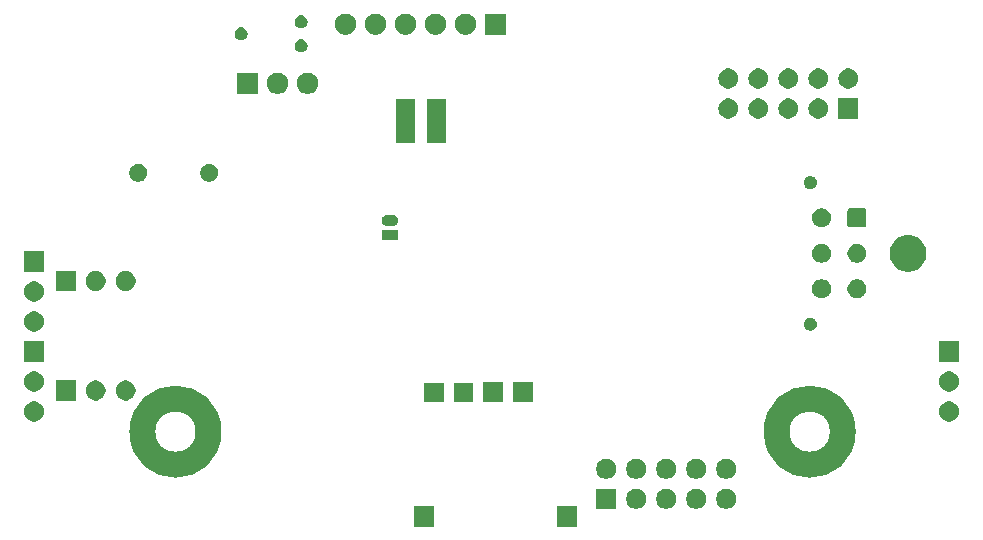
<source format=gbr>
G04 #@! TF.GenerationSoftware,KiCad,Pcbnew,5.1.5+dfsg1-2build2*
G04 #@! TF.CreationDate,2021-11-18T20:41:00+01:00*
G04 #@! TF.ProjectId,wideband_controller_mre,77696465-6261-46e6-945f-636f6e74726f,V1.0*
G04 #@! TF.SameCoordinates,Original*
G04 #@! TF.FileFunction,Soldermask,Bot*
G04 #@! TF.FilePolarity,Negative*
%FSLAX46Y46*%
G04 Gerber Fmt 4.6, Leading zero omitted, Abs format (unit mm)*
G04 Created by KiCad (PCBNEW 5.1.5+dfsg1-2build2) date 2021-11-18 20:41:00*
%MOMM*%
%LPD*%
G04 APERTURE LIST*
%ADD10C,2.200000*%
%ADD11C,0.100000*%
G04 APERTURE END LIST*
D10*
X91300000Y-162700000D02*
G75*
G03X91300000Y-162700000I-2800000J0D01*
G01*
X145000000Y-162700000D02*
G75*
G03X145000000Y-162700000I-2800000J0D01*
G01*
D11*
G36*
X122466200Y-170731200D02*
G01*
X120764200Y-170731200D01*
X120764200Y-169029200D01*
X122466200Y-169029200D01*
X122466200Y-170731200D01*
G37*
G36*
X110401200Y-170731200D02*
G01*
X108699200Y-170731200D01*
X108699200Y-169029200D01*
X110401200Y-169029200D01*
X110401200Y-170731200D01*
G37*
G36*
X125824080Y-169230060D02*
G01*
X124122080Y-169230060D01*
X124122080Y-167528060D01*
X125824080Y-167528060D01*
X125824080Y-169230060D01*
G37*
G36*
X127761308Y-167560763D02*
G01*
X127916180Y-167624913D01*
X128055561Y-167718045D01*
X128174095Y-167836579D01*
X128267227Y-167975960D01*
X128331377Y-168130832D01*
X128364080Y-168295244D01*
X128364080Y-168462876D01*
X128331377Y-168627288D01*
X128267227Y-168782160D01*
X128174095Y-168921541D01*
X128055561Y-169040075D01*
X127916180Y-169133207D01*
X127761308Y-169197357D01*
X127596896Y-169230060D01*
X127429264Y-169230060D01*
X127264852Y-169197357D01*
X127109980Y-169133207D01*
X126970599Y-169040075D01*
X126852065Y-168921541D01*
X126758933Y-168782160D01*
X126694783Y-168627288D01*
X126662080Y-168462876D01*
X126662080Y-168295244D01*
X126694783Y-168130832D01*
X126758933Y-167975960D01*
X126852065Y-167836579D01*
X126970599Y-167718045D01*
X127109980Y-167624913D01*
X127264852Y-167560763D01*
X127429264Y-167528060D01*
X127596896Y-167528060D01*
X127761308Y-167560763D01*
G37*
G36*
X132841308Y-167560763D02*
G01*
X132996180Y-167624913D01*
X133135561Y-167718045D01*
X133254095Y-167836579D01*
X133347227Y-167975960D01*
X133411377Y-168130832D01*
X133444080Y-168295244D01*
X133444080Y-168462876D01*
X133411377Y-168627288D01*
X133347227Y-168782160D01*
X133254095Y-168921541D01*
X133135561Y-169040075D01*
X132996180Y-169133207D01*
X132841308Y-169197357D01*
X132676896Y-169230060D01*
X132509264Y-169230060D01*
X132344852Y-169197357D01*
X132189980Y-169133207D01*
X132050599Y-169040075D01*
X131932065Y-168921541D01*
X131838933Y-168782160D01*
X131774783Y-168627288D01*
X131742080Y-168462876D01*
X131742080Y-168295244D01*
X131774783Y-168130832D01*
X131838933Y-167975960D01*
X131932065Y-167836579D01*
X132050599Y-167718045D01*
X132189980Y-167624913D01*
X132344852Y-167560763D01*
X132509264Y-167528060D01*
X132676896Y-167528060D01*
X132841308Y-167560763D01*
G37*
G36*
X130301308Y-167560763D02*
G01*
X130456180Y-167624913D01*
X130595561Y-167718045D01*
X130714095Y-167836579D01*
X130807227Y-167975960D01*
X130871377Y-168130832D01*
X130904080Y-168295244D01*
X130904080Y-168462876D01*
X130871377Y-168627288D01*
X130807227Y-168782160D01*
X130714095Y-168921541D01*
X130595561Y-169040075D01*
X130456180Y-169133207D01*
X130301308Y-169197357D01*
X130136896Y-169230060D01*
X129969264Y-169230060D01*
X129804852Y-169197357D01*
X129649980Y-169133207D01*
X129510599Y-169040075D01*
X129392065Y-168921541D01*
X129298933Y-168782160D01*
X129234783Y-168627288D01*
X129202080Y-168462876D01*
X129202080Y-168295244D01*
X129234783Y-168130832D01*
X129298933Y-167975960D01*
X129392065Y-167836579D01*
X129510599Y-167718045D01*
X129649980Y-167624913D01*
X129804852Y-167560763D01*
X129969264Y-167528060D01*
X130136896Y-167528060D01*
X130301308Y-167560763D01*
G37*
G36*
X135381308Y-167560763D02*
G01*
X135536180Y-167624913D01*
X135675561Y-167718045D01*
X135794095Y-167836579D01*
X135887227Y-167975960D01*
X135951377Y-168130832D01*
X135984080Y-168295244D01*
X135984080Y-168462876D01*
X135951377Y-168627288D01*
X135887227Y-168782160D01*
X135794095Y-168921541D01*
X135675561Y-169040075D01*
X135536180Y-169133207D01*
X135381308Y-169197357D01*
X135216896Y-169230060D01*
X135049264Y-169230060D01*
X134884852Y-169197357D01*
X134729980Y-169133207D01*
X134590599Y-169040075D01*
X134472065Y-168921541D01*
X134378933Y-168782160D01*
X134314783Y-168627288D01*
X134282080Y-168462876D01*
X134282080Y-168295244D01*
X134314783Y-168130832D01*
X134378933Y-167975960D01*
X134472065Y-167836579D01*
X134590599Y-167718045D01*
X134729980Y-167624913D01*
X134884852Y-167560763D01*
X135049264Y-167528060D01*
X135216896Y-167528060D01*
X135381308Y-167560763D01*
G37*
G36*
X130301308Y-165020763D02*
G01*
X130456180Y-165084913D01*
X130595561Y-165178045D01*
X130714095Y-165296579D01*
X130807227Y-165435960D01*
X130871377Y-165590832D01*
X130904080Y-165755244D01*
X130904080Y-165922876D01*
X130871377Y-166087288D01*
X130807227Y-166242160D01*
X130714095Y-166381541D01*
X130595561Y-166500075D01*
X130456180Y-166593207D01*
X130301308Y-166657357D01*
X130136896Y-166690060D01*
X129969264Y-166690060D01*
X129804852Y-166657357D01*
X129649980Y-166593207D01*
X129510599Y-166500075D01*
X129392065Y-166381541D01*
X129298933Y-166242160D01*
X129234783Y-166087288D01*
X129202080Y-165922876D01*
X129202080Y-165755244D01*
X129234783Y-165590832D01*
X129298933Y-165435960D01*
X129392065Y-165296579D01*
X129510599Y-165178045D01*
X129649980Y-165084913D01*
X129804852Y-165020763D01*
X129969264Y-164988060D01*
X130136896Y-164988060D01*
X130301308Y-165020763D01*
G37*
G36*
X135381308Y-165020763D02*
G01*
X135536180Y-165084913D01*
X135675561Y-165178045D01*
X135794095Y-165296579D01*
X135887227Y-165435960D01*
X135951377Y-165590832D01*
X135984080Y-165755244D01*
X135984080Y-165922876D01*
X135951377Y-166087288D01*
X135887227Y-166242160D01*
X135794095Y-166381541D01*
X135675561Y-166500075D01*
X135536180Y-166593207D01*
X135381308Y-166657357D01*
X135216896Y-166690060D01*
X135049264Y-166690060D01*
X134884852Y-166657357D01*
X134729980Y-166593207D01*
X134590599Y-166500075D01*
X134472065Y-166381541D01*
X134378933Y-166242160D01*
X134314783Y-166087288D01*
X134282080Y-165922876D01*
X134282080Y-165755244D01*
X134314783Y-165590832D01*
X134378933Y-165435960D01*
X134472065Y-165296579D01*
X134590599Y-165178045D01*
X134729980Y-165084913D01*
X134884852Y-165020763D01*
X135049264Y-164988060D01*
X135216896Y-164988060D01*
X135381308Y-165020763D01*
G37*
G36*
X132841308Y-165020763D02*
G01*
X132996180Y-165084913D01*
X133135561Y-165178045D01*
X133254095Y-165296579D01*
X133347227Y-165435960D01*
X133411377Y-165590832D01*
X133444080Y-165755244D01*
X133444080Y-165922876D01*
X133411377Y-166087288D01*
X133347227Y-166242160D01*
X133254095Y-166381541D01*
X133135561Y-166500075D01*
X132996180Y-166593207D01*
X132841308Y-166657357D01*
X132676896Y-166690060D01*
X132509264Y-166690060D01*
X132344852Y-166657357D01*
X132189980Y-166593207D01*
X132050599Y-166500075D01*
X131932065Y-166381541D01*
X131838933Y-166242160D01*
X131774783Y-166087288D01*
X131742080Y-165922876D01*
X131742080Y-165755244D01*
X131774783Y-165590832D01*
X131838933Y-165435960D01*
X131932065Y-165296579D01*
X132050599Y-165178045D01*
X132189980Y-165084913D01*
X132344852Y-165020763D01*
X132509264Y-164988060D01*
X132676896Y-164988060D01*
X132841308Y-165020763D01*
G37*
G36*
X125221308Y-165020763D02*
G01*
X125376180Y-165084913D01*
X125515561Y-165178045D01*
X125634095Y-165296579D01*
X125727227Y-165435960D01*
X125791377Y-165590832D01*
X125824080Y-165755244D01*
X125824080Y-165922876D01*
X125791377Y-166087288D01*
X125727227Y-166242160D01*
X125634095Y-166381541D01*
X125515561Y-166500075D01*
X125376180Y-166593207D01*
X125221308Y-166657357D01*
X125056896Y-166690060D01*
X124889264Y-166690060D01*
X124724852Y-166657357D01*
X124569980Y-166593207D01*
X124430599Y-166500075D01*
X124312065Y-166381541D01*
X124218933Y-166242160D01*
X124154783Y-166087288D01*
X124122080Y-165922876D01*
X124122080Y-165755244D01*
X124154783Y-165590832D01*
X124218933Y-165435960D01*
X124312065Y-165296579D01*
X124430599Y-165178045D01*
X124569980Y-165084913D01*
X124724852Y-165020763D01*
X124889264Y-164988060D01*
X125056896Y-164988060D01*
X125221308Y-165020763D01*
G37*
G36*
X127761308Y-165020763D02*
G01*
X127916180Y-165084913D01*
X128055561Y-165178045D01*
X128174095Y-165296579D01*
X128267227Y-165435960D01*
X128331377Y-165590832D01*
X128364080Y-165755244D01*
X128364080Y-165922876D01*
X128331377Y-166087288D01*
X128267227Y-166242160D01*
X128174095Y-166381541D01*
X128055561Y-166500075D01*
X127916180Y-166593207D01*
X127761308Y-166657357D01*
X127596896Y-166690060D01*
X127429264Y-166690060D01*
X127264852Y-166657357D01*
X127109980Y-166593207D01*
X126970599Y-166500075D01*
X126852065Y-166381541D01*
X126758933Y-166242160D01*
X126694783Y-166087288D01*
X126662080Y-165922876D01*
X126662080Y-165755244D01*
X126694783Y-165590832D01*
X126758933Y-165435960D01*
X126852065Y-165296579D01*
X126970599Y-165178045D01*
X127109980Y-165084913D01*
X127264852Y-165020763D01*
X127429264Y-164988060D01*
X127596896Y-164988060D01*
X127761308Y-165020763D01*
G37*
G36*
X76778428Y-160171903D02*
G01*
X76933300Y-160236053D01*
X77072681Y-160329185D01*
X77191215Y-160447719D01*
X77284347Y-160587100D01*
X77348497Y-160741972D01*
X77381200Y-160906384D01*
X77381200Y-161074016D01*
X77348497Y-161238428D01*
X77284347Y-161393300D01*
X77191215Y-161532681D01*
X77072681Y-161651215D01*
X76933300Y-161744347D01*
X76778428Y-161808497D01*
X76614016Y-161841200D01*
X76446384Y-161841200D01*
X76281972Y-161808497D01*
X76127100Y-161744347D01*
X75987719Y-161651215D01*
X75869185Y-161532681D01*
X75776053Y-161393300D01*
X75711903Y-161238428D01*
X75679200Y-161074016D01*
X75679200Y-160906384D01*
X75711903Y-160741972D01*
X75776053Y-160587100D01*
X75869185Y-160447719D01*
X75987719Y-160329185D01*
X76127100Y-160236053D01*
X76281972Y-160171903D01*
X76446384Y-160139200D01*
X76614016Y-160139200D01*
X76778428Y-160171903D01*
G37*
G36*
X154248428Y-160171903D02*
G01*
X154403300Y-160236053D01*
X154542681Y-160329185D01*
X154661215Y-160447719D01*
X154754347Y-160587100D01*
X154818497Y-160741972D01*
X154851200Y-160906384D01*
X154851200Y-161074016D01*
X154818497Y-161238428D01*
X154754347Y-161393300D01*
X154661215Y-161532681D01*
X154542681Y-161651215D01*
X154403300Y-161744347D01*
X154248428Y-161808497D01*
X154084016Y-161841200D01*
X153916384Y-161841200D01*
X153751972Y-161808497D01*
X153597100Y-161744347D01*
X153457719Y-161651215D01*
X153339185Y-161532681D01*
X153246053Y-161393300D01*
X153181903Y-161238428D01*
X153149200Y-161074016D01*
X153149200Y-160906384D01*
X153181903Y-160741972D01*
X153246053Y-160587100D01*
X153339185Y-160447719D01*
X153457719Y-160329185D01*
X153597100Y-160236053D01*
X153751972Y-160171903D01*
X153916384Y-160139200D01*
X154084016Y-160139200D01*
X154248428Y-160171903D01*
G37*
G36*
X118751600Y-160211800D02*
G01*
X117049600Y-160211800D01*
X117049600Y-158509800D01*
X118751600Y-158509800D01*
X118751600Y-160211800D01*
G37*
G36*
X116251600Y-160211800D02*
G01*
X114549600Y-160211800D01*
X114549600Y-158509800D01*
X116251600Y-158509800D01*
X116251600Y-160211800D01*
G37*
G36*
X113713600Y-160173800D02*
G01*
X112087600Y-160173800D01*
X112087600Y-158547800D01*
X113713600Y-158547800D01*
X113713600Y-160173800D01*
G37*
G36*
X111213600Y-160173800D02*
G01*
X109587600Y-160173800D01*
X109587600Y-158547800D01*
X111213600Y-158547800D01*
X111213600Y-160173800D01*
G37*
G36*
X80048200Y-160063200D02*
G01*
X78346200Y-160063200D01*
X78346200Y-158361200D01*
X80048200Y-158361200D01*
X80048200Y-160063200D01*
G37*
G36*
X84525428Y-158393903D02*
G01*
X84680300Y-158458053D01*
X84819681Y-158551185D01*
X84938215Y-158669719D01*
X85031347Y-158809100D01*
X85095497Y-158963972D01*
X85128200Y-159128384D01*
X85128200Y-159296016D01*
X85095497Y-159460428D01*
X85031347Y-159615300D01*
X84938215Y-159754681D01*
X84819681Y-159873215D01*
X84680300Y-159966347D01*
X84525428Y-160030497D01*
X84361016Y-160063200D01*
X84193384Y-160063200D01*
X84028972Y-160030497D01*
X83874100Y-159966347D01*
X83734719Y-159873215D01*
X83616185Y-159754681D01*
X83523053Y-159615300D01*
X83458903Y-159460428D01*
X83426200Y-159296016D01*
X83426200Y-159128384D01*
X83458903Y-158963972D01*
X83523053Y-158809100D01*
X83616185Y-158669719D01*
X83734719Y-158551185D01*
X83874100Y-158458053D01*
X84028972Y-158393903D01*
X84193384Y-158361200D01*
X84361016Y-158361200D01*
X84525428Y-158393903D01*
G37*
G36*
X81985428Y-158393903D02*
G01*
X82140300Y-158458053D01*
X82279681Y-158551185D01*
X82398215Y-158669719D01*
X82491347Y-158809100D01*
X82555497Y-158963972D01*
X82588200Y-159128384D01*
X82588200Y-159296016D01*
X82555497Y-159460428D01*
X82491347Y-159615300D01*
X82398215Y-159754681D01*
X82279681Y-159873215D01*
X82140300Y-159966347D01*
X81985428Y-160030497D01*
X81821016Y-160063200D01*
X81653384Y-160063200D01*
X81488972Y-160030497D01*
X81334100Y-159966347D01*
X81194719Y-159873215D01*
X81076185Y-159754681D01*
X80983053Y-159615300D01*
X80918903Y-159460428D01*
X80886200Y-159296016D01*
X80886200Y-159128384D01*
X80918903Y-158963972D01*
X80983053Y-158809100D01*
X81076185Y-158669719D01*
X81194719Y-158551185D01*
X81334100Y-158458053D01*
X81488972Y-158393903D01*
X81653384Y-158361200D01*
X81821016Y-158361200D01*
X81985428Y-158393903D01*
G37*
G36*
X154248428Y-157631903D02*
G01*
X154403300Y-157696053D01*
X154542681Y-157789185D01*
X154661215Y-157907719D01*
X154754347Y-158047100D01*
X154818497Y-158201972D01*
X154851200Y-158366384D01*
X154851200Y-158534016D01*
X154818497Y-158698428D01*
X154754347Y-158853300D01*
X154661215Y-158992681D01*
X154542681Y-159111215D01*
X154403300Y-159204347D01*
X154248428Y-159268497D01*
X154084016Y-159301200D01*
X153916384Y-159301200D01*
X153751972Y-159268497D01*
X153597100Y-159204347D01*
X153457719Y-159111215D01*
X153339185Y-158992681D01*
X153246053Y-158853300D01*
X153181903Y-158698428D01*
X153149200Y-158534016D01*
X153149200Y-158366384D01*
X153181903Y-158201972D01*
X153246053Y-158047100D01*
X153339185Y-157907719D01*
X153457719Y-157789185D01*
X153597100Y-157696053D01*
X153751972Y-157631903D01*
X153916384Y-157599200D01*
X154084016Y-157599200D01*
X154248428Y-157631903D01*
G37*
G36*
X76778428Y-157631903D02*
G01*
X76933300Y-157696053D01*
X77072681Y-157789185D01*
X77191215Y-157907719D01*
X77284347Y-158047100D01*
X77348497Y-158201972D01*
X77381200Y-158366384D01*
X77381200Y-158534016D01*
X77348497Y-158698428D01*
X77284347Y-158853300D01*
X77191215Y-158992681D01*
X77072681Y-159111215D01*
X76933300Y-159204347D01*
X76778428Y-159268497D01*
X76614016Y-159301200D01*
X76446384Y-159301200D01*
X76281972Y-159268497D01*
X76127100Y-159204347D01*
X75987719Y-159111215D01*
X75869185Y-158992681D01*
X75776053Y-158853300D01*
X75711903Y-158698428D01*
X75679200Y-158534016D01*
X75679200Y-158366384D01*
X75711903Y-158201972D01*
X75776053Y-158047100D01*
X75869185Y-157907719D01*
X75987719Y-157789185D01*
X76127100Y-157696053D01*
X76281972Y-157631903D01*
X76446384Y-157599200D01*
X76614016Y-157599200D01*
X76778428Y-157631903D01*
G37*
G36*
X154851200Y-156761200D02*
G01*
X153149200Y-156761200D01*
X153149200Y-155059200D01*
X154851200Y-155059200D01*
X154851200Y-156761200D01*
G37*
G36*
X77381200Y-156761200D02*
G01*
X75679200Y-156761200D01*
X75679200Y-155059200D01*
X77381200Y-155059200D01*
X77381200Y-156761200D01*
G37*
G36*
X76778428Y-152551903D02*
G01*
X76933300Y-152616053D01*
X77072681Y-152709185D01*
X77191215Y-152827719D01*
X77284347Y-152967100D01*
X77348497Y-153121972D01*
X77381200Y-153286384D01*
X77381200Y-153454016D01*
X77348497Y-153618428D01*
X77284347Y-153773300D01*
X77191215Y-153912681D01*
X77072681Y-154031215D01*
X76933300Y-154124347D01*
X76778428Y-154188497D01*
X76614016Y-154221200D01*
X76446384Y-154221200D01*
X76281972Y-154188497D01*
X76127100Y-154124347D01*
X75987719Y-154031215D01*
X75869185Y-153912681D01*
X75776053Y-153773300D01*
X75711903Y-153618428D01*
X75679200Y-153454016D01*
X75679200Y-153286384D01*
X75711903Y-153121972D01*
X75776053Y-152967100D01*
X75869185Y-152827719D01*
X75987719Y-152709185D01*
X76127100Y-152616053D01*
X76281972Y-152551903D01*
X76446384Y-152519200D01*
X76614016Y-152519200D01*
X76778428Y-152551903D01*
G37*
G36*
X142420721Y-153070174D02*
G01*
X142520995Y-153111709D01*
X142565812Y-153141655D01*
X142611242Y-153172010D01*
X142687990Y-153248758D01*
X142687991Y-153248760D01*
X142748291Y-153339005D01*
X142789826Y-153439279D01*
X142811000Y-153545730D01*
X142811000Y-153654270D01*
X142789826Y-153760721D01*
X142748291Y-153860995D01*
X142748290Y-153860996D01*
X142687990Y-153951242D01*
X142611242Y-154027990D01*
X142606415Y-154031215D01*
X142520995Y-154088291D01*
X142420721Y-154129826D01*
X142314270Y-154151000D01*
X142205730Y-154151000D01*
X142099279Y-154129826D01*
X141999005Y-154088291D01*
X141913585Y-154031215D01*
X141908758Y-154027990D01*
X141832010Y-153951242D01*
X141771710Y-153860996D01*
X141771709Y-153860995D01*
X141730174Y-153760721D01*
X141709000Y-153654270D01*
X141709000Y-153545730D01*
X141730174Y-153439279D01*
X141771709Y-153339005D01*
X141832009Y-153248760D01*
X141832010Y-153248758D01*
X141908758Y-153172010D01*
X141954188Y-153141655D01*
X141999005Y-153111709D01*
X142099279Y-153070174D01*
X142205730Y-153049000D01*
X142314270Y-153049000D01*
X142420721Y-153070174D01*
G37*
G36*
X76778428Y-150011903D02*
G01*
X76933300Y-150076053D01*
X77072681Y-150169185D01*
X77191215Y-150287719D01*
X77284347Y-150427100D01*
X77348497Y-150581972D01*
X77381200Y-150746384D01*
X77381200Y-150914016D01*
X77348497Y-151078428D01*
X77284347Y-151233300D01*
X77191215Y-151372681D01*
X77072681Y-151491215D01*
X76933300Y-151584347D01*
X76778428Y-151648497D01*
X76614016Y-151681200D01*
X76446384Y-151681200D01*
X76281972Y-151648497D01*
X76127100Y-151584347D01*
X75987719Y-151491215D01*
X75869185Y-151372681D01*
X75776053Y-151233300D01*
X75711903Y-151078428D01*
X75679200Y-150914016D01*
X75679200Y-150746384D01*
X75711903Y-150581972D01*
X75776053Y-150427100D01*
X75869185Y-150287719D01*
X75987719Y-150169185D01*
X76127100Y-150076053D01*
X76281972Y-150011903D01*
X76446384Y-149979200D01*
X76614016Y-149979200D01*
X76778428Y-150011903D01*
G37*
G36*
X143433642Y-149829781D02*
G01*
X143579414Y-149890162D01*
X143579416Y-149890163D01*
X143710608Y-149977822D01*
X143822178Y-150089392D01*
X143889019Y-150189428D01*
X143909838Y-150220586D01*
X143970219Y-150366358D01*
X144001000Y-150521107D01*
X144001000Y-150678893D01*
X143970219Y-150833642D01*
X143909838Y-150979414D01*
X143909837Y-150979416D01*
X143822178Y-151110608D01*
X143710608Y-151222178D01*
X143579416Y-151309837D01*
X143579415Y-151309838D01*
X143579414Y-151309838D01*
X143433642Y-151370219D01*
X143278893Y-151401000D01*
X143121107Y-151401000D01*
X142966358Y-151370219D01*
X142820586Y-151309838D01*
X142820585Y-151309838D01*
X142820584Y-151309837D01*
X142689392Y-151222178D01*
X142577822Y-151110608D01*
X142490163Y-150979416D01*
X142490162Y-150979414D01*
X142429781Y-150833642D01*
X142399000Y-150678893D01*
X142399000Y-150521107D01*
X142429781Y-150366358D01*
X142490162Y-150220586D01*
X142510981Y-150189428D01*
X142577822Y-150089392D01*
X142689392Y-149977822D01*
X142820584Y-149890163D01*
X142820586Y-149890162D01*
X142966358Y-149829781D01*
X143121107Y-149799000D01*
X143278893Y-149799000D01*
X143433642Y-149829781D01*
G37*
G36*
X146433642Y-149829781D02*
G01*
X146579414Y-149890162D01*
X146579416Y-149890163D01*
X146710608Y-149977822D01*
X146822178Y-150089392D01*
X146889019Y-150189428D01*
X146909838Y-150220586D01*
X146970219Y-150366358D01*
X147001000Y-150521107D01*
X147001000Y-150678893D01*
X146970219Y-150833642D01*
X146909838Y-150979414D01*
X146909837Y-150979416D01*
X146822178Y-151110608D01*
X146710608Y-151222178D01*
X146579416Y-151309837D01*
X146579415Y-151309838D01*
X146579414Y-151309838D01*
X146433642Y-151370219D01*
X146278893Y-151401000D01*
X146121107Y-151401000D01*
X145966358Y-151370219D01*
X145820586Y-151309838D01*
X145820585Y-151309838D01*
X145820584Y-151309837D01*
X145689392Y-151222178D01*
X145577822Y-151110608D01*
X145490163Y-150979416D01*
X145490162Y-150979414D01*
X145429781Y-150833642D01*
X145399000Y-150678893D01*
X145399000Y-150521107D01*
X145429781Y-150366358D01*
X145490162Y-150220586D01*
X145510981Y-150189428D01*
X145577822Y-150089392D01*
X145689392Y-149977822D01*
X145820584Y-149890163D01*
X145820586Y-149890162D01*
X145966358Y-149829781D01*
X146121107Y-149799000D01*
X146278893Y-149799000D01*
X146433642Y-149829781D01*
G37*
G36*
X84525428Y-149122903D02*
G01*
X84680300Y-149187053D01*
X84819681Y-149280185D01*
X84938215Y-149398719D01*
X85031347Y-149538100D01*
X85095497Y-149692972D01*
X85128200Y-149857384D01*
X85128200Y-150025016D01*
X85095497Y-150189428D01*
X85031347Y-150344300D01*
X84938215Y-150483681D01*
X84819681Y-150602215D01*
X84680300Y-150695347D01*
X84525428Y-150759497D01*
X84361016Y-150792200D01*
X84193384Y-150792200D01*
X84028972Y-150759497D01*
X83874100Y-150695347D01*
X83734719Y-150602215D01*
X83616185Y-150483681D01*
X83523053Y-150344300D01*
X83458903Y-150189428D01*
X83426200Y-150025016D01*
X83426200Y-149857384D01*
X83458903Y-149692972D01*
X83523053Y-149538100D01*
X83616185Y-149398719D01*
X83734719Y-149280185D01*
X83874100Y-149187053D01*
X84028972Y-149122903D01*
X84193384Y-149090200D01*
X84361016Y-149090200D01*
X84525428Y-149122903D01*
G37*
G36*
X80048200Y-150792200D02*
G01*
X78346200Y-150792200D01*
X78346200Y-149090200D01*
X80048200Y-149090200D01*
X80048200Y-150792200D01*
G37*
G36*
X81985428Y-149122903D02*
G01*
X82140300Y-149187053D01*
X82279681Y-149280185D01*
X82398215Y-149398719D01*
X82491347Y-149538100D01*
X82555497Y-149692972D01*
X82588200Y-149857384D01*
X82588200Y-150025016D01*
X82555497Y-150189428D01*
X82491347Y-150344300D01*
X82398215Y-150483681D01*
X82279681Y-150602215D01*
X82140300Y-150695347D01*
X81985428Y-150759497D01*
X81821016Y-150792200D01*
X81653384Y-150792200D01*
X81488972Y-150759497D01*
X81334100Y-150695347D01*
X81194719Y-150602215D01*
X81076185Y-150483681D01*
X80983053Y-150344300D01*
X80918903Y-150189428D01*
X80886200Y-150025016D01*
X80886200Y-149857384D01*
X80918903Y-149692972D01*
X80983053Y-149538100D01*
X81076185Y-149398719D01*
X81194719Y-149280185D01*
X81334100Y-149187053D01*
X81488972Y-149122903D01*
X81653384Y-149090200D01*
X81821016Y-149090200D01*
X81985428Y-149122903D01*
G37*
G36*
X150822585Y-146078802D02*
G01*
X150972410Y-146108604D01*
X151254674Y-146225521D01*
X151508705Y-146395259D01*
X151724741Y-146611295D01*
X151894479Y-146865326D01*
X152011396Y-147147590D01*
X152071000Y-147447240D01*
X152071000Y-147752760D01*
X152011396Y-148052410D01*
X151894479Y-148334674D01*
X151724741Y-148588705D01*
X151508705Y-148804741D01*
X151254674Y-148974479D01*
X150972410Y-149091396D01*
X150822585Y-149121198D01*
X150672761Y-149151000D01*
X150367239Y-149151000D01*
X150217415Y-149121198D01*
X150067590Y-149091396D01*
X149785326Y-148974479D01*
X149531295Y-148804741D01*
X149315259Y-148588705D01*
X149145521Y-148334674D01*
X149028604Y-148052410D01*
X148969000Y-147752760D01*
X148969000Y-147447240D01*
X149028604Y-147147590D01*
X149145521Y-146865326D01*
X149315259Y-146611295D01*
X149531295Y-146395259D01*
X149785326Y-146225521D01*
X150067590Y-146108604D01*
X150217415Y-146078802D01*
X150367239Y-146049000D01*
X150672761Y-146049000D01*
X150822585Y-146078802D01*
G37*
G36*
X77381200Y-149141200D02*
G01*
X75679200Y-149141200D01*
X75679200Y-147439200D01*
X77381200Y-147439200D01*
X77381200Y-149141200D01*
G37*
G36*
X146433642Y-146829781D02*
G01*
X146579414Y-146890162D01*
X146579416Y-146890163D01*
X146710608Y-146977822D01*
X146822178Y-147089392D01*
X146861064Y-147147590D01*
X146909838Y-147220586D01*
X146970219Y-147366358D01*
X147001000Y-147521107D01*
X147001000Y-147678893D01*
X146970219Y-147833642D01*
X146909838Y-147979414D01*
X146909837Y-147979416D01*
X146822178Y-148110608D01*
X146710608Y-148222178D01*
X146579416Y-148309837D01*
X146579415Y-148309838D01*
X146579414Y-148309838D01*
X146433642Y-148370219D01*
X146278893Y-148401000D01*
X146121107Y-148401000D01*
X145966358Y-148370219D01*
X145820586Y-148309838D01*
X145820585Y-148309838D01*
X145820584Y-148309837D01*
X145689392Y-148222178D01*
X145577822Y-148110608D01*
X145490163Y-147979416D01*
X145490162Y-147979414D01*
X145429781Y-147833642D01*
X145399000Y-147678893D01*
X145399000Y-147521107D01*
X145429781Y-147366358D01*
X145490162Y-147220586D01*
X145538936Y-147147590D01*
X145577822Y-147089392D01*
X145689392Y-146977822D01*
X145820584Y-146890163D01*
X145820586Y-146890162D01*
X145966358Y-146829781D01*
X146121107Y-146799000D01*
X146278893Y-146799000D01*
X146433642Y-146829781D01*
G37*
G36*
X143433642Y-146829781D02*
G01*
X143579414Y-146890162D01*
X143579416Y-146890163D01*
X143710608Y-146977822D01*
X143822178Y-147089392D01*
X143861064Y-147147590D01*
X143909838Y-147220586D01*
X143970219Y-147366358D01*
X144001000Y-147521107D01*
X144001000Y-147678893D01*
X143970219Y-147833642D01*
X143909838Y-147979414D01*
X143909837Y-147979416D01*
X143822178Y-148110608D01*
X143710608Y-148222178D01*
X143579416Y-148309837D01*
X143579415Y-148309838D01*
X143579414Y-148309838D01*
X143433642Y-148370219D01*
X143278893Y-148401000D01*
X143121107Y-148401000D01*
X142966358Y-148370219D01*
X142820586Y-148309838D01*
X142820585Y-148309838D01*
X142820584Y-148309837D01*
X142689392Y-148222178D01*
X142577822Y-148110608D01*
X142490163Y-147979416D01*
X142490162Y-147979414D01*
X142429781Y-147833642D01*
X142399000Y-147678893D01*
X142399000Y-147521107D01*
X142429781Y-147366358D01*
X142490162Y-147220586D01*
X142538936Y-147147590D01*
X142577822Y-147089392D01*
X142689392Y-146977822D01*
X142820584Y-146890163D01*
X142820586Y-146890162D01*
X142966358Y-146829781D01*
X143121107Y-146799000D01*
X143278893Y-146799000D01*
X143433642Y-146829781D01*
G37*
G36*
X107355600Y-146506000D02*
G01*
X105953600Y-146506000D01*
X105953600Y-145604000D01*
X107355600Y-145604000D01*
X107355600Y-146506000D01*
G37*
G36*
X143433642Y-143829781D02*
G01*
X143557208Y-143880964D01*
X143579416Y-143890163D01*
X143710608Y-143977822D01*
X143822178Y-144089392D01*
X143909837Y-144220584D01*
X143909838Y-144220586D01*
X143970219Y-144366358D01*
X144001000Y-144521107D01*
X144001000Y-144678893D01*
X143970219Y-144833642D01*
X143943225Y-144898810D01*
X143909837Y-144979416D01*
X143822178Y-145110608D01*
X143710608Y-145222178D01*
X143579416Y-145309837D01*
X143579415Y-145309838D01*
X143579414Y-145309838D01*
X143433642Y-145370219D01*
X143278893Y-145401000D01*
X143121107Y-145401000D01*
X142966358Y-145370219D01*
X142820586Y-145309838D01*
X142820585Y-145309838D01*
X142820584Y-145309837D01*
X142689392Y-145222178D01*
X142577822Y-145110608D01*
X142490163Y-144979416D01*
X142456775Y-144898810D01*
X142429781Y-144833642D01*
X142399000Y-144678893D01*
X142399000Y-144521107D01*
X142429781Y-144366358D01*
X142490162Y-144220586D01*
X142490163Y-144220584D01*
X142577822Y-144089392D01*
X142689392Y-143977822D01*
X142820584Y-143890163D01*
X142842792Y-143880964D01*
X142966358Y-143829781D01*
X143121107Y-143799000D01*
X143278893Y-143799000D01*
X143433642Y-143829781D01*
G37*
G36*
X146853048Y-143803122D02*
G01*
X146887387Y-143813539D01*
X146919036Y-143830456D01*
X146946778Y-143853222D01*
X146969544Y-143880964D01*
X146986461Y-143912613D01*
X146996878Y-143946952D01*
X147001000Y-143988807D01*
X147001000Y-145211193D01*
X146996878Y-145253048D01*
X146986461Y-145287387D01*
X146969544Y-145319036D01*
X146946778Y-145346778D01*
X146919036Y-145369544D01*
X146887387Y-145386461D01*
X146853048Y-145396878D01*
X146811193Y-145401000D01*
X145588807Y-145401000D01*
X145546952Y-145396878D01*
X145512613Y-145386461D01*
X145480964Y-145369544D01*
X145453222Y-145346778D01*
X145430456Y-145319036D01*
X145413539Y-145287387D01*
X145403122Y-145253048D01*
X145399000Y-145211193D01*
X145399000Y-143988807D01*
X145403122Y-143946952D01*
X145413539Y-143912613D01*
X145430456Y-143880964D01*
X145453222Y-143853222D01*
X145480964Y-143830456D01*
X145512613Y-143813539D01*
X145546952Y-143803122D01*
X145588807Y-143799000D01*
X146811193Y-143799000D01*
X146853048Y-143803122D01*
G37*
G36*
X106993010Y-144365925D02*
G01*
X107078026Y-144391714D01*
X107156375Y-144433593D01*
X107225049Y-144489951D01*
X107281407Y-144558625D01*
X107323286Y-144636974D01*
X107349075Y-144721990D01*
X107357782Y-144810400D01*
X107349075Y-144898810D01*
X107323286Y-144983826D01*
X107281407Y-145062175D01*
X107225049Y-145130849D01*
X107156375Y-145187207D01*
X107078026Y-145229086D01*
X106993010Y-145254875D01*
X106926758Y-145261400D01*
X106382442Y-145261400D01*
X106316190Y-145254875D01*
X106231174Y-145229086D01*
X106152825Y-145187207D01*
X106084151Y-145130849D01*
X106027793Y-145062175D01*
X105985914Y-144983826D01*
X105960125Y-144898810D01*
X105951418Y-144810400D01*
X105960125Y-144721990D01*
X105985914Y-144636974D01*
X106027793Y-144558625D01*
X106084151Y-144489951D01*
X106152825Y-144433593D01*
X106231174Y-144391714D01*
X106316190Y-144365925D01*
X106382442Y-144359400D01*
X106926758Y-144359400D01*
X106993010Y-144365925D01*
G37*
G36*
X142420721Y-141070174D02*
G01*
X142520995Y-141111709D01*
X142565812Y-141141655D01*
X142611242Y-141172010D01*
X142687990Y-141248758D01*
X142687991Y-141248760D01*
X142748291Y-141339005D01*
X142789826Y-141439279D01*
X142811000Y-141545730D01*
X142811000Y-141654270D01*
X142789826Y-141760721D01*
X142748291Y-141860995D01*
X142748290Y-141860996D01*
X142687990Y-141951242D01*
X142611242Y-142027990D01*
X142565812Y-142058345D01*
X142520995Y-142088291D01*
X142420721Y-142129826D01*
X142314270Y-142151000D01*
X142205730Y-142151000D01*
X142099279Y-142129826D01*
X141999005Y-142088291D01*
X141954188Y-142058345D01*
X141908758Y-142027990D01*
X141832010Y-141951242D01*
X141771710Y-141860996D01*
X141771709Y-141860995D01*
X141730174Y-141760721D01*
X141709000Y-141654270D01*
X141709000Y-141545730D01*
X141730174Y-141439279D01*
X141771709Y-141339005D01*
X141832009Y-141248760D01*
X141832010Y-141248758D01*
X141908758Y-141172010D01*
X141954188Y-141141655D01*
X141999005Y-141111709D01*
X142099279Y-141070174D01*
X142205730Y-141049000D01*
X142314270Y-141049000D01*
X142420721Y-141070174D01*
G37*
G36*
X91579659Y-140049660D02*
G01*
X91716332Y-140106272D01*
X91839335Y-140188460D01*
X91943940Y-140293065D01*
X92026128Y-140416068D01*
X92082740Y-140552741D01*
X92111600Y-140697833D01*
X92111600Y-140845767D01*
X92082740Y-140990859D01*
X92026128Y-141127532D01*
X91943940Y-141250535D01*
X91839335Y-141355140D01*
X91716332Y-141437328D01*
X91716331Y-141437329D01*
X91716330Y-141437329D01*
X91579659Y-141493940D01*
X91434568Y-141522800D01*
X91286632Y-141522800D01*
X91141541Y-141493940D01*
X91004870Y-141437329D01*
X91004869Y-141437329D01*
X91004868Y-141437328D01*
X90881865Y-141355140D01*
X90777260Y-141250535D01*
X90695072Y-141127532D01*
X90638460Y-140990859D01*
X90609600Y-140845767D01*
X90609600Y-140697833D01*
X90638460Y-140552741D01*
X90695072Y-140416068D01*
X90777260Y-140293065D01*
X90881865Y-140188460D01*
X91004868Y-140106272D01*
X91141541Y-140049660D01*
X91286632Y-140020800D01*
X91434568Y-140020800D01*
X91579659Y-140049660D01*
G37*
G36*
X85579659Y-140049660D02*
G01*
X85716332Y-140106272D01*
X85839335Y-140188460D01*
X85943940Y-140293065D01*
X86026128Y-140416068D01*
X86082740Y-140552741D01*
X86111600Y-140697833D01*
X86111600Y-140845767D01*
X86082740Y-140990859D01*
X86026128Y-141127532D01*
X85943940Y-141250535D01*
X85839335Y-141355140D01*
X85716332Y-141437328D01*
X85716331Y-141437329D01*
X85716330Y-141437329D01*
X85579659Y-141493940D01*
X85434568Y-141522800D01*
X85286632Y-141522800D01*
X85141541Y-141493940D01*
X85004870Y-141437329D01*
X85004869Y-141437329D01*
X85004868Y-141437328D01*
X84881865Y-141355140D01*
X84777260Y-141250535D01*
X84695072Y-141127532D01*
X84638460Y-140990859D01*
X84609600Y-140845767D01*
X84609600Y-140697833D01*
X84638460Y-140552741D01*
X84695072Y-140416068D01*
X84777260Y-140293065D01*
X84881865Y-140188460D01*
X85004868Y-140106272D01*
X85141541Y-140049660D01*
X85286632Y-140020800D01*
X85434568Y-140020800D01*
X85579659Y-140049660D01*
G37*
G36*
X111401000Y-138251000D02*
G01*
X109799000Y-138251000D01*
X109799000Y-134549000D01*
X111401000Y-134549000D01*
X111401000Y-138251000D01*
G37*
G36*
X108801000Y-138251000D02*
G01*
X107199000Y-138251000D01*
X107199000Y-134549000D01*
X108801000Y-134549000D01*
X108801000Y-138251000D01*
G37*
G36*
X135566728Y-134517903D02*
G01*
X135721600Y-134582053D01*
X135860981Y-134675185D01*
X135979515Y-134793719D01*
X136072647Y-134933100D01*
X136136797Y-135087972D01*
X136169500Y-135252384D01*
X136169500Y-135420016D01*
X136136797Y-135584428D01*
X136072647Y-135739300D01*
X135979515Y-135878681D01*
X135860981Y-135997215D01*
X135721600Y-136090347D01*
X135566728Y-136154497D01*
X135402316Y-136187200D01*
X135234684Y-136187200D01*
X135070272Y-136154497D01*
X134915400Y-136090347D01*
X134776019Y-135997215D01*
X134657485Y-135878681D01*
X134564353Y-135739300D01*
X134500203Y-135584428D01*
X134467500Y-135420016D01*
X134467500Y-135252384D01*
X134500203Y-135087972D01*
X134564353Y-134933100D01*
X134657485Y-134793719D01*
X134776019Y-134675185D01*
X134915400Y-134582053D01*
X135070272Y-134517903D01*
X135234684Y-134485200D01*
X135402316Y-134485200D01*
X135566728Y-134517903D01*
G37*
G36*
X138106728Y-134517903D02*
G01*
X138261600Y-134582053D01*
X138400981Y-134675185D01*
X138519515Y-134793719D01*
X138612647Y-134933100D01*
X138676797Y-135087972D01*
X138709500Y-135252384D01*
X138709500Y-135420016D01*
X138676797Y-135584428D01*
X138612647Y-135739300D01*
X138519515Y-135878681D01*
X138400981Y-135997215D01*
X138261600Y-136090347D01*
X138106728Y-136154497D01*
X137942316Y-136187200D01*
X137774684Y-136187200D01*
X137610272Y-136154497D01*
X137455400Y-136090347D01*
X137316019Y-135997215D01*
X137197485Y-135878681D01*
X137104353Y-135739300D01*
X137040203Y-135584428D01*
X137007500Y-135420016D01*
X137007500Y-135252384D01*
X137040203Y-135087972D01*
X137104353Y-134933100D01*
X137197485Y-134793719D01*
X137316019Y-134675185D01*
X137455400Y-134582053D01*
X137610272Y-134517903D01*
X137774684Y-134485200D01*
X137942316Y-134485200D01*
X138106728Y-134517903D01*
G37*
G36*
X140646728Y-134517903D02*
G01*
X140801600Y-134582053D01*
X140940981Y-134675185D01*
X141059515Y-134793719D01*
X141152647Y-134933100D01*
X141216797Y-135087972D01*
X141249500Y-135252384D01*
X141249500Y-135420016D01*
X141216797Y-135584428D01*
X141152647Y-135739300D01*
X141059515Y-135878681D01*
X140940981Y-135997215D01*
X140801600Y-136090347D01*
X140646728Y-136154497D01*
X140482316Y-136187200D01*
X140314684Y-136187200D01*
X140150272Y-136154497D01*
X139995400Y-136090347D01*
X139856019Y-135997215D01*
X139737485Y-135878681D01*
X139644353Y-135739300D01*
X139580203Y-135584428D01*
X139547500Y-135420016D01*
X139547500Y-135252384D01*
X139580203Y-135087972D01*
X139644353Y-134933100D01*
X139737485Y-134793719D01*
X139856019Y-134675185D01*
X139995400Y-134582053D01*
X140150272Y-134517903D01*
X140314684Y-134485200D01*
X140482316Y-134485200D01*
X140646728Y-134517903D01*
G37*
G36*
X143186728Y-134517903D02*
G01*
X143341600Y-134582053D01*
X143480981Y-134675185D01*
X143599515Y-134793719D01*
X143692647Y-134933100D01*
X143756797Y-135087972D01*
X143789500Y-135252384D01*
X143789500Y-135420016D01*
X143756797Y-135584428D01*
X143692647Y-135739300D01*
X143599515Y-135878681D01*
X143480981Y-135997215D01*
X143341600Y-136090347D01*
X143186728Y-136154497D01*
X143022316Y-136187200D01*
X142854684Y-136187200D01*
X142690272Y-136154497D01*
X142535400Y-136090347D01*
X142396019Y-135997215D01*
X142277485Y-135878681D01*
X142184353Y-135739300D01*
X142120203Y-135584428D01*
X142087500Y-135420016D01*
X142087500Y-135252384D01*
X142120203Y-135087972D01*
X142184353Y-134933100D01*
X142277485Y-134793719D01*
X142396019Y-134675185D01*
X142535400Y-134582053D01*
X142690272Y-134517903D01*
X142854684Y-134485200D01*
X143022316Y-134485200D01*
X143186728Y-134517903D01*
G37*
G36*
X146329500Y-136187200D02*
G01*
X144627500Y-136187200D01*
X144627500Y-134485200D01*
X146329500Y-134485200D01*
X146329500Y-136187200D01*
G37*
G36*
X97253512Y-132303927D02*
G01*
X97402812Y-132333624D01*
X97566784Y-132401544D01*
X97714354Y-132500147D01*
X97839853Y-132625646D01*
X97938456Y-132773216D01*
X98006376Y-132937188D01*
X98041000Y-133111259D01*
X98041000Y-133288741D01*
X98006376Y-133462812D01*
X97938456Y-133626784D01*
X97839853Y-133774354D01*
X97714354Y-133899853D01*
X97566784Y-133998456D01*
X97402812Y-134066376D01*
X97253512Y-134096073D01*
X97228742Y-134101000D01*
X97051258Y-134101000D01*
X97026488Y-134096073D01*
X96877188Y-134066376D01*
X96713216Y-133998456D01*
X96565646Y-133899853D01*
X96440147Y-133774354D01*
X96341544Y-133626784D01*
X96273624Y-133462812D01*
X96239000Y-133288741D01*
X96239000Y-133111259D01*
X96273624Y-132937188D01*
X96341544Y-132773216D01*
X96440147Y-132625646D01*
X96565646Y-132500147D01*
X96713216Y-132401544D01*
X96877188Y-132333624D01*
X97026488Y-132303927D01*
X97051258Y-132299000D01*
X97228742Y-132299000D01*
X97253512Y-132303927D01*
G37*
G36*
X95501000Y-134101000D02*
G01*
X93699000Y-134101000D01*
X93699000Y-132299000D01*
X95501000Y-132299000D01*
X95501000Y-134101000D01*
G37*
G36*
X99793512Y-132303927D02*
G01*
X99942812Y-132333624D01*
X100106784Y-132401544D01*
X100254354Y-132500147D01*
X100379853Y-132625646D01*
X100478456Y-132773216D01*
X100546376Y-132937188D01*
X100581000Y-133111259D01*
X100581000Y-133288741D01*
X100546376Y-133462812D01*
X100478456Y-133626784D01*
X100379853Y-133774354D01*
X100254354Y-133899853D01*
X100106784Y-133998456D01*
X99942812Y-134066376D01*
X99793512Y-134096073D01*
X99768742Y-134101000D01*
X99591258Y-134101000D01*
X99566488Y-134096073D01*
X99417188Y-134066376D01*
X99253216Y-133998456D01*
X99105646Y-133899853D01*
X98980147Y-133774354D01*
X98881544Y-133626784D01*
X98813624Y-133462812D01*
X98779000Y-133288741D01*
X98779000Y-133111259D01*
X98813624Y-132937188D01*
X98881544Y-132773216D01*
X98980147Y-132625646D01*
X99105646Y-132500147D01*
X99253216Y-132401544D01*
X99417188Y-132333624D01*
X99566488Y-132303927D01*
X99591258Y-132299000D01*
X99768742Y-132299000D01*
X99793512Y-132303927D01*
G37*
G36*
X135566728Y-131977903D02*
G01*
X135721600Y-132042053D01*
X135860981Y-132135185D01*
X135979515Y-132253719D01*
X136072647Y-132393100D01*
X136136797Y-132547972D01*
X136169500Y-132712384D01*
X136169500Y-132880016D01*
X136136797Y-133044428D01*
X136072647Y-133199300D01*
X135979515Y-133338681D01*
X135860981Y-133457215D01*
X135721600Y-133550347D01*
X135566728Y-133614497D01*
X135402316Y-133647200D01*
X135234684Y-133647200D01*
X135070272Y-133614497D01*
X134915400Y-133550347D01*
X134776019Y-133457215D01*
X134657485Y-133338681D01*
X134564353Y-133199300D01*
X134500203Y-133044428D01*
X134467500Y-132880016D01*
X134467500Y-132712384D01*
X134500203Y-132547972D01*
X134564353Y-132393100D01*
X134657485Y-132253719D01*
X134776019Y-132135185D01*
X134915400Y-132042053D01*
X135070272Y-131977903D01*
X135234684Y-131945200D01*
X135402316Y-131945200D01*
X135566728Y-131977903D01*
G37*
G36*
X138106728Y-131977903D02*
G01*
X138261600Y-132042053D01*
X138400981Y-132135185D01*
X138519515Y-132253719D01*
X138612647Y-132393100D01*
X138676797Y-132547972D01*
X138709500Y-132712384D01*
X138709500Y-132880016D01*
X138676797Y-133044428D01*
X138612647Y-133199300D01*
X138519515Y-133338681D01*
X138400981Y-133457215D01*
X138261600Y-133550347D01*
X138106728Y-133614497D01*
X137942316Y-133647200D01*
X137774684Y-133647200D01*
X137610272Y-133614497D01*
X137455400Y-133550347D01*
X137316019Y-133457215D01*
X137197485Y-133338681D01*
X137104353Y-133199300D01*
X137040203Y-133044428D01*
X137007500Y-132880016D01*
X137007500Y-132712384D01*
X137040203Y-132547972D01*
X137104353Y-132393100D01*
X137197485Y-132253719D01*
X137316019Y-132135185D01*
X137455400Y-132042053D01*
X137610272Y-131977903D01*
X137774684Y-131945200D01*
X137942316Y-131945200D01*
X138106728Y-131977903D01*
G37*
G36*
X140646728Y-131977903D02*
G01*
X140801600Y-132042053D01*
X140940981Y-132135185D01*
X141059515Y-132253719D01*
X141152647Y-132393100D01*
X141216797Y-132547972D01*
X141249500Y-132712384D01*
X141249500Y-132880016D01*
X141216797Y-133044428D01*
X141152647Y-133199300D01*
X141059515Y-133338681D01*
X140940981Y-133457215D01*
X140801600Y-133550347D01*
X140646728Y-133614497D01*
X140482316Y-133647200D01*
X140314684Y-133647200D01*
X140150272Y-133614497D01*
X139995400Y-133550347D01*
X139856019Y-133457215D01*
X139737485Y-133338681D01*
X139644353Y-133199300D01*
X139580203Y-133044428D01*
X139547500Y-132880016D01*
X139547500Y-132712384D01*
X139580203Y-132547972D01*
X139644353Y-132393100D01*
X139737485Y-132253719D01*
X139856019Y-132135185D01*
X139995400Y-132042053D01*
X140150272Y-131977903D01*
X140314684Y-131945200D01*
X140482316Y-131945200D01*
X140646728Y-131977903D01*
G37*
G36*
X143186728Y-131977903D02*
G01*
X143341600Y-132042053D01*
X143480981Y-132135185D01*
X143599515Y-132253719D01*
X143692647Y-132393100D01*
X143756797Y-132547972D01*
X143789500Y-132712384D01*
X143789500Y-132880016D01*
X143756797Y-133044428D01*
X143692647Y-133199300D01*
X143599515Y-133338681D01*
X143480981Y-133457215D01*
X143341600Y-133550347D01*
X143186728Y-133614497D01*
X143022316Y-133647200D01*
X142854684Y-133647200D01*
X142690272Y-133614497D01*
X142535400Y-133550347D01*
X142396019Y-133457215D01*
X142277485Y-133338681D01*
X142184353Y-133199300D01*
X142120203Y-133044428D01*
X142087500Y-132880016D01*
X142087500Y-132712384D01*
X142120203Y-132547972D01*
X142184353Y-132393100D01*
X142277485Y-132253719D01*
X142396019Y-132135185D01*
X142535400Y-132042053D01*
X142690272Y-131977903D01*
X142854684Y-131945200D01*
X143022316Y-131945200D01*
X143186728Y-131977903D01*
G37*
G36*
X145726728Y-131977903D02*
G01*
X145881600Y-132042053D01*
X146020981Y-132135185D01*
X146139515Y-132253719D01*
X146232647Y-132393100D01*
X146296797Y-132547972D01*
X146329500Y-132712384D01*
X146329500Y-132880016D01*
X146296797Y-133044428D01*
X146232647Y-133199300D01*
X146139515Y-133338681D01*
X146020981Y-133457215D01*
X145881600Y-133550347D01*
X145726728Y-133614497D01*
X145562316Y-133647200D01*
X145394684Y-133647200D01*
X145230272Y-133614497D01*
X145075400Y-133550347D01*
X144936019Y-133457215D01*
X144817485Y-133338681D01*
X144724353Y-133199300D01*
X144660203Y-133044428D01*
X144627500Y-132880016D01*
X144627500Y-132712384D01*
X144660203Y-132547972D01*
X144724353Y-132393100D01*
X144817485Y-132253719D01*
X144936019Y-132135185D01*
X145075400Y-132042053D01*
X145230272Y-131977903D01*
X145394684Y-131945200D01*
X145562316Y-131945200D01*
X145726728Y-131977903D01*
G37*
G36*
X99246578Y-129480197D02*
G01*
X99299350Y-129490694D01*
X99398770Y-129531875D01*
X99488246Y-129591661D01*
X99564339Y-129667754D01*
X99624125Y-129757230D01*
X99665306Y-129856650D01*
X99686300Y-129962194D01*
X99686300Y-130069806D01*
X99665306Y-130175350D01*
X99624125Y-130274770D01*
X99564339Y-130364246D01*
X99488246Y-130440339D01*
X99398770Y-130500125D01*
X99299350Y-130541306D01*
X99246578Y-130551803D01*
X99193807Y-130562300D01*
X99086193Y-130562300D01*
X99033422Y-130551803D01*
X98980650Y-130541306D01*
X98881230Y-130500125D01*
X98791754Y-130440339D01*
X98715661Y-130364246D01*
X98655875Y-130274770D01*
X98614694Y-130175350D01*
X98593700Y-130069806D01*
X98593700Y-129962194D01*
X98614694Y-129856650D01*
X98655875Y-129757230D01*
X98715661Y-129667754D01*
X98791754Y-129591661D01*
X98881230Y-129531875D01*
X98980650Y-129490694D01*
X99033422Y-129480197D01*
X99086193Y-129469700D01*
X99193807Y-129469700D01*
X99246578Y-129480197D01*
G37*
G36*
X94159610Y-128462811D02*
G01*
X94219350Y-128474694D01*
X94318770Y-128515875D01*
X94408246Y-128575661D01*
X94484339Y-128651754D01*
X94544125Y-128741230D01*
X94585306Y-128840650D01*
X94606300Y-128946194D01*
X94606300Y-129053806D01*
X94585306Y-129159350D01*
X94544125Y-129258770D01*
X94484339Y-129348246D01*
X94408246Y-129424339D01*
X94318770Y-129484125D01*
X94219350Y-129525306D01*
X94186325Y-129531875D01*
X94113807Y-129546300D01*
X94006193Y-129546300D01*
X93933675Y-129531875D01*
X93900650Y-129525306D01*
X93801230Y-129484125D01*
X93711754Y-129424339D01*
X93635661Y-129348246D01*
X93575875Y-129258770D01*
X93534694Y-129159350D01*
X93513700Y-129053806D01*
X93513700Y-128946194D01*
X93534694Y-128840650D01*
X93575875Y-128741230D01*
X93635661Y-128651754D01*
X93711754Y-128575661D01*
X93801230Y-128515875D01*
X93900650Y-128474694D01*
X93960390Y-128462811D01*
X94006193Y-128453700D01*
X94113807Y-128453700D01*
X94159610Y-128462811D01*
G37*
G36*
X116501000Y-129101000D02*
G01*
X114699000Y-129101000D01*
X114699000Y-127299000D01*
X116501000Y-127299000D01*
X116501000Y-129101000D01*
G37*
G36*
X113173512Y-127303927D02*
G01*
X113322812Y-127333624D01*
X113486784Y-127401544D01*
X113634354Y-127500147D01*
X113759853Y-127625646D01*
X113858456Y-127773216D01*
X113926376Y-127937188D01*
X113961000Y-128111259D01*
X113961000Y-128288741D01*
X113926376Y-128462812D01*
X113858456Y-128626784D01*
X113759853Y-128774354D01*
X113634354Y-128899853D01*
X113486784Y-128998456D01*
X113322812Y-129066376D01*
X113173512Y-129096073D01*
X113148742Y-129101000D01*
X112971258Y-129101000D01*
X112946488Y-129096073D01*
X112797188Y-129066376D01*
X112633216Y-128998456D01*
X112485646Y-128899853D01*
X112360147Y-128774354D01*
X112261544Y-128626784D01*
X112193624Y-128462812D01*
X112159000Y-128288741D01*
X112159000Y-128111259D01*
X112193624Y-127937188D01*
X112261544Y-127773216D01*
X112360147Y-127625646D01*
X112485646Y-127500147D01*
X112633216Y-127401544D01*
X112797188Y-127333624D01*
X112946488Y-127303927D01*
X112971258Y-127299000D01*
X113148742Y-127299000D01*
X113173512Y-127303927D01*
G37*
G36*
X110633512Y-127303927D02*
G01*
X110782812Y-127333624D01*
X110946784Y-127401544D01*
X111094354Y-127500147D01*
X111219853Y-127625646D01*
X111318456Y-127773216D01*
X111386376Y-127937188D01*
X111421000Y-128111259D01*
X111421000Y-128288741D01*
X111386376Y-128462812D01*
X111318456Y-128626784D01*
X111219853Y-128774354D01*
X111094354Y-128899853D01*
X110946784Y-128998456D01*
X110782812Y-129066376D01*
X110633512Y-129096073D01*
X110608742Y-129101000D01*
X110431258Y-129101000D01*
X110406488Y-129096073D01*
X110257188Y-129066376D01*
X110093216Y-128998456D01*
X109945646Y-128899853D01*
X109820147Y-128774354D01*
X109721544Y-128626784D01*
X109653624Y-128462812D01*
X109619000Y-128288741D01*
X109619000Y-128111259D01*
X109653624Y-127937188D01*
X109721544Y-127773216D01*
X109820147Y-127625646D01*
X109945646Y-127500147D01*
X110093216Y-127401544D01*
X110257188Y-127333624D01*
X110406488Y-127303927D01*
X110431258Y-127299000D01*
X110608742Y-127299000D01*
X110633512Y-127303927D01*
G37*
G36*
X108093512Y-127303927D02*
G01*
X108242812Y-127333624D01*
X108406784Y-127401544D01*
X108554354Y-127500147D01*
X108679853Y-127625646D01*
X108778456Y-127773216D01*
X108846376Y-127937188D01*
X108881000Y-128111259D01*
X108881000Y-128288741D01*
X108846376Y-128462812D01*
X108778456Y-128626784D01*
X108679853Y-128774354D01*
X108554354Y-128899853D01*
X108406784Y-128998456D01*
X108242812Y-129066376D01*
X108093512Y-129096073D01*
X108068742Y-129101000D01*
X107891258Y-129101000D01*
X107866488Y-129096073D01*
X107717188Y-129066376D01*
X107553216Y-128998456D01*
X107405646Y-128899853D01*
X107280147Y-128774354D01*
X107181544Y-128626784D01*
X107113624Y-128462812D01*
X107079000Y-128288741D01*
X107079000Y-128111259D01*
X107113624Y-127937188D01*
X107181544Y-127773216D01*
X107280147Y-127625646D01*
X107405646Y-127500147D01*
X107553216Y-127401544D01*
X107717188Y-127333624D01*
X107866488Y-127303927D01*
X107891258Y-127299000D01*
X108068742Y-127299000D01*
X108093512Y-127303927D01*
G37*
G36*
X105553512Y-127303927D02*
G01*
X105702812Y-127333624D01*
X105866784Y-127401544D01*
X106014354Y-127500147D01*
X106139853Y-127625646D01*
X106238456Y-127773216D01*
X106306376Y-127937188D01*
X106341000Y-128111259D01*
X106341000Y-128288741D01*
X106306376Y-128462812D01*
X106238456Y-128626784D01*
X106139853Y-128774354D01*
X106014354Y-128899853D01*
X105866784Y-128998456D01*
X105702812Y-129066376D01*
X105553512Y-129096073D01*
X105528742Y-129101000D01*
X105351258Y-129101000D01*
X105326488Y-129096073D01*
X105177188Y-129066376D01*
X105013216Y-128998456D01*
X104865646Y-128899853D01*
X104740147Y-128774354D01*
X104641544Y-128626784D01*
X104573624Y-128462812D01*
X104539000Y-128288741D01*
X104539000Y-128111259D01*
X104573624Y-127937188D01*
X104641544Y-127773216D01*
X104740147Y-127625646D01*
X104865646Y-127500147D01*
X105013216Y-127401544D01*
X105177188Y-127333624D01*
X105326488Y-127303927D01*
X105351258Y-127299000D01*
X105528742Y-127299000D01*
X105553512Y-127303927D01*
G37*
G36*
X103013512Y-127303927D02*
G01*
X103162812Y-127333624D01*
X103326784Y-127401544D01*
X103474354Y-127500147D01*
X103599853Y-127625646D01*
X103698456Y-127773216D01*
X103766376Y-127937188D01*
X103801000Y-128111259D01*
X103801000Y-128288741D01*
X103766376Y-128462812D01*
X103698456Y-128626784D01*
X103599853Y-128774354D01*
X103474354Y-128899853D01*
X103326784Y-128998456D01*
X103162812Y-129066376D01*
X103013512Y-129096073D01*
X102988742Y-129101000D01*
X102811258Y-129101000D01*
X102786488Y-129096073D01*
X102637188Y-129066376D01*
X102473216Y-128998456D01*
X102325646Y-128899853D01*
X102200147Y-128774354D01*
X102101544Y-128626784D01*
X102033624Y-128462812D01*
X101999000Y-128288741D01*
X101999000Y-128111259D01*
X102033624Y-127937188D01*
X102101544Y-127773216D01*
X102200147Y-127625646D01*
X102325646Y-127500147D01*
X102473216Y-127401544D01*
X102637188Y-127333624D01*
X102786488Y-127303927D01*
X102811258Y-127299000D01*
X102988742Y-127299000D01*
X103013512Y-127303927D01*
G37*
G36*
X99246578Y-127448197D02*
G01*
X99299350Y-127458694D01*
X99398770Y-127499875D01*
X99488246Y-127559661D01*
X99564339Y-127635754D01*
X99624125Y-127725230D01*
X99665306Y-127824650D01*
X99686300Y-127930194D01*
X99686300Y-128037806D01*
X99665306Y-128143350D01*
X99624125Y-128242770D01*
X99564339Y-128332246D01*
X99488246Y-128408339D01*
X99398770Y-128468125D01*
X99299350Y-128509306D01*
X99266325Y-128515875D01*
X99193807Y-128530300D01*
X99086193Y-128530300D01*
X99013675Y-128515875D01*
X98980650Y-128509306D01*
X98881230Y-128468125D01*
X98791754Y-128408339D01*
X98715661Y-128332246D01*
X98655875Y-128242770D01*
X98614694Y-128143350D01*
X98593700Y-128037806D01*
X98593700Y-127930194D01*
X98614694Y-127824650D01*
X98655875Y-127725230D01*
X98715661Y-127635754D01*
X98791754Y-127559661D01*
X98881230Y-127499875D01*
X98980650Y-127458694D01*
X99033422Y-127448197D01*
X99086193Y-127437700D01*
X99193807Y-127437700D01*
X99246578Y-127448197D01*
G37*
M02*

</source>
